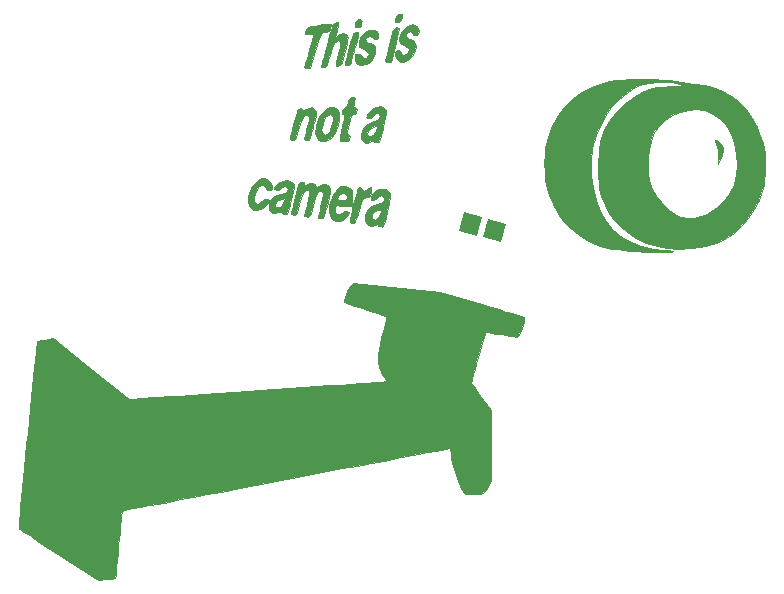
<source format=gbr>
G04 #@! TF.FileFunction,Soldermask,Top*
%FSLAX46Y46*%
G04 Gerber Fmt 4.6, Leading zero omitted, Abs format (unit mm)*
G04 Created by KiCad (PCBNEW 4.0.2+dfsg1-stable) date Wed 11 Jul 2018 10:01:05 PM CDT*
%MOMM*%
G01*
G04 APERTURE LIST*
%ADD10C,0.100000*%
%ADD11C,0.010000*%
%ADD12R,2.127200X2.127200*%
%ADD13O,2.127200X2.127200*%
G04 APERTURE END LIST*
D10*
D11*
G36*
X118321666Y-113429915D02*
X121835333Y-114468427D01*
X122576611Y-114688528D01*
X123267994Y-114895752D01*
X123892476Y-115084861D01*
X124433052Y-115250616D01*
X124872719Y-115387779D01*
X125194471Y-115491111D01*
X125381303Y-115555374D01*
X125421968Y-115573338D01*
X125427343Y-115676537D01*
X125383786Y-115902117D01*
X125299643Y-116213103D01*
X125222203Y-116458388D01*
X125095091Y-116829281D01*
X125001328Y-117065146D01*
X124925107Y-117192998D01*
X124850620Y-117239849D01*
X124768234Y-117234215D01*
X124554251Y-117190565D01*
X124240385Y-117135121D01*
X123861196Y-117073024D01*
X123451244Y-117009413D01*
X123045088Y-116949429D01*
X122677288Y-116898212D01*
X122382403Y-116860901D01*
X122194992Y-116842638D01*
X122145976Y-116844202D01*
X122099514Y-116950402D01*
X122018646Y-117190672D01*
X121910826Y-117538318D01*
X121783506Y-117966644D01*
X121644141Y-118448956D01*
X121500184Y-118958561D01*
X121359088Y-119468762D01*
X121228307Y-119952866D01*
X121115294Y-120384179D01*
X121027504Y-120736005D01*
X120972389Y-120981650D01*
X120957403Y-121094420D01*
X120958420Y-121097398D01*
X121025937Y-121199163D01*
X121172864Y-121413308D01*
X121381141Y-121713745D01*
X121632710Y-122074386D01*
X121798477Y-122311033D01*
X122577702Y-123421733D01*
X122639666Y-129328333D01*
X122399073Y-129818299D01*
X122212797Y-130158810D01*
X122027633Y-130376695D01*
X121800281Y-130496102D01*
X121487443Y-130541180D01*
X121107611Y-130538559D01*
X120446209Y-130513666D01*
X120181447Y-130166055D01*
X120002784Y-129868110D01*
X119814145Y-129447203D01*
X119630187Y-128947906D01*
X119465566Y-128414790D01*
X119334936Y-127892427D01*
X119252954Y-127425386D01*
X119240071Y-127303129D01*
X119205804Y-126998019D01*
X119164218Y-126771530D01*
X119123265Y-126664720D01*
X119115782Y-126661333D01*
X119018114Y-126676875D01*
X118765421Y-126722161D01*
X118368247Y-126795182D01*
X117837135Y-126893928D01*
X117182630Y-127016391D01*
X116415275Y-127160560D01*
X115545613Y-127324428D01*
X114584190Y-127505984D01*
X113541548Y-127703219D01*
X112428230Y-127914123D01*
X111254782Y-128136689D01*
X110031746Y-128368905D01*
X108769666Y-128608764D01*
X107479087Y-128854255D01*
X106170551Y-129103369D01*
X104854602Y-129354098D01*
X103541785Y-129604431D01*
X102242643Y-129852360D01*
X100967719Y-130095874D01*
X99727557Y-130332966D01*
X98532702Y-130561626D01*
X97393697Y-130779843D01*
X96321085Y-130985610D01*
X95325410Y-131176916D01*
X94417216Y-131351753D01*
X93607047Y-131508111D01*
X92905447Y-131643981D01*
X92322959Y-131757353D01*
X91870127Y-131846219D01*
X91557494Y-131908568D01*
X91395605Y-131942392D01*
X91374527Y-131947917D01*
X91356168Y-132040359D01*
X91325323Y-132281529D01*
X91284080Y-132651447D01*
X91234525Y-133130136D01*
X91178746Y-133697616D01*
X91118830Y-134333911D01*
X91075508Y-134809979D01*
X91014584Y-135481679D01*
X90957442Y-136097814D01*
X90906019Y-136638557D01*
X90862253Y-137084080D01*
X90828079Y-137414557D01*
X90805435Y-137610162D01*
X90797449Y-137656260D01*
X90707358Y-137676175D01*
X90488712Y-137703059D01*
X90181886Y-137732236D01*
X90045498Y-137743347D01*
X89318962Y-137799840D01*
X86014272Y-135671644D01*
X85340031Y-135236856D01*
X84708687Y-134828607D01*
X84134690Y-134456323D01*
X83632489Y-134129426D01*
X83216533Y-133857341D01*
X82901269Y-133649491D01*
X82701149Y-133515300D01*
X82631547Y-133465414D01*
X82631059Y-133374553D01*
X82646708Y-133129541D01*
X82677079Y-132744649D01*
X82720755Y-132234147D01*
X82776321Y-131612304D01*
X82842359Y-130893392D01*
X82917455Y-130091680D01*
X83000193Y-129221440D01*
X83089156Y-128296940D01*
X83182928Y-127332451D01*
X83280093Y-126342244D01*
X83379235Y-125340589D01*
X83478939Y-124341756D01*
X83577788Y-123360016D01*
X83674367Y-122409638D01*
X83767259Y-121504893D01*
X83855048Y-120660051D01*
X83936318Y-119889382D01*
X84009653Y-119207157D01*
X84073638Y-118627647D01*
X84126856Y-118165120D01*
X84167892Y-117833848D01*
X84195328Y-117648101D01*
X84204593Y-117612517D01*
X84298465Y-117582861D01*
X84516482Y-117535017D01*
X84815692Y-117478224D01*
X84888908Y-117465314D01*
X85539082Y-117352252D01*
X88764707Y-119932412D01*
X91990333Y-122512572D01*
X92371333Y-122469712D01*
X92503453Y-122458678D01*
X92793725Y-122437189D01*
X93231339Y-122405986D01*
X93805483Y-122365804D01*
X94505346Y-122317384D01*
X95320118Y-122261462D01*
X96238987Y-122198777D01*
X97251142Y-122130066D01*
X98345773Y-122056069D01*
X99512069Y-121977523D01*
X100739219Y-121895166D01*
X102016411Y-121809737D01*
X102954666Y-121747155D01*
X104258671Y-121660077D01*
X105518821Y-121575530D01*
X106724450Y-121494252D01*
X107864891Y-121416979D01*
X108929480Y-121344445D01*
X109907551Y-121277386D01*
X110788437Y-121216540D01*
X111561474Y-121162642D01*
X112215994Y-121116427D01*
X112741333Y-121078631D01*
X113126824Y-121049991D01*
X113361803Y-121031243D01*
X113432166Y-121024225D01*
X113632654Y-120968678D01*
X113693338Y-120870885D01*
X113617655Y-120706132D01*
X113497754Y-120552373D01*
X113289580Y-120207443D01*
X113133197Y-119753706D01*
X113045250Y-119248001D01*
X113032102Y-118962466D01*
X113054959Y-118707307D01*
X113117501Y-118323709D01*
X113213086Y-117846109D01*
X113335074Y-117308939D01*
X113408800Y-117009333D01*
X113525507Y-116532400D01*
X113620786Y-116112995D01*
X113689084Y-115778194D01*
X113724848Y-115555072D01*
X113724198Y-115471670D01*
X113628888Y-115430904D01*
X113396430Y-115349007D01*
X113051653Y-115234201D01*
X112619390Y-115094711D01*
X112124471Y-114938760D01*
X111971666Y-114891287D01*
X111462124Y-114731446D01*
X111007112Y-114584819D01*
X110631703Y-114459804D01*
X110360971Y-114364799D01*
X110219988Y-114308202D01*
X110207015Y-114300231D01*
X110187898Y-114180763D01*
X110230282Y-113955326D01*
X110318025Y-113668436D01*
X110434986Y-113364608D01*
X110565024Y-113088358D01*
X110691998Y-112884201D01*
X110739557Y-112831549D01*
X110955666Y-112633463D01*
X118321666Y-113429915D01*
X118321666Y-113429915D01*
G37*
X118321666Y-113429915D02*
X121835333Y-114468427D01*
X122576611Y-114688528D01*
X123267994Y-114895752D01*
X123892476Y-115084861D01*
X124433052Y-115250616D01*
X124872719Y-115387779D01*
X125194471Y-115491111D01*
X125381303Y-115555374D01*
X125421968Y-115573338D01*
X125427343Y-115676537D01*
X125383786Y-115902117D01*
X125299643Y-116213103D01*
X125222203Y-116458388D01*
X125095091Y-116829281D01*
X125001328Y-117065146D01*
X124925107Y-117192998D01*
X124850620Y-117239849D01*
X124768234Y-117234215D01*
X124554251Y-117190565D01*
X124240385Y-117135121D01*
X123861196Y-117073024D01*
X123451244Y-117009413D01*
X123045088Y-116949429D01*
X122677288Y-116898212D01*
X122382403Y-116860901D01*
X122194992Y-116842638D01*
X122145976Y-116844202D01*
X122099514Y-116950402D01*
X122018646Y-117190672D01*
X121910826Y-117538318D01*
X121783506Y-117966644D01*
X121644141Y-118448956D01*
X121500184Y-118958561D01*
X121359088Y-119468762D01*
X121228307Y-119952866D01*
X121115294Y-120384179D01*
X121027504Y-120736005D01*
X120972389Y-120981650D01*
X120957403Y-121094420D01*
X120958420Y-121097398D01*
X121025937Y-121199163D01*
X121172864Y-121413308D01*
X121381141Y-121713745D01*
X121632710Y-122074386D01*
X121798477Y-122311033D01*
X122577702Y-123421733D01*
X122639666Y-129328333D01*
X122399073Y-129818299D01*
X122212797Y-130158810D01*
X122027633Y-130376695D01*
X121800281Y-130496102D01*
X121487443Y-130541180D01*
X121107611Y-130538559D01*
X120446209Y-130513666D01*
X120181447Y-130166055D01*
X120002784Y-129868110D01*
X119814145Y-129447203D01*
X119630187Y-128947906D01*
X119465566Y-128414790D01*
X119334936Y-127892427D01*
X119252954Y-127425386D01*
X119240071Y-127303129D01*
X119205804Y-126998019D01*
X119164218Y-126771530D01*
X119123265Y-126664720D01*
X119115782Y-126661333D01*
X119018114Y-126676875D01*
X118765421Y-126722161D01*
X118368247Y-126795182D01*
X117837135Y-126893928D01*
X117182630Y-127016391D01*
X116415275Y-127160560D01*
X115545613Y-127324428D01*
X114584190Y-127505984D01*
X113541548Y-127703219D01*
X112428230Y-127914123D01*
X111254782Y-128136689D01*
X110031746Y-128368905D01*
X108769666Y-128608764D01*
X107479087Y-128854255D01*
X106170551Y-129103369D01*
X104854602Y-129354098D01*
X103541785Y-129604431D01*
X102242643Y-129852360D01*
X100967719Y-130095874D01*
X99727557Y-130332966D01*
X98532702Y-130561626D01*
X97393697Y-130779843D01*
X96321085Y-130985610D01*
X95325410Y-131176916D01*
X94417216Y-131351753D01*
X93607047Y-131508111D01*
X92905447Y-131643981D01*
X92322959Y-131757353D01*
X91870127Y-131846219D01*
X91557494Y-131908568D01*
X91395605Y-131942392D01*
X91374527Y-131947917D01*
X91356168Y-132040359D01*
X91325323Y-132281529D01*
X91284080Y-132651447D01*
X91234525Y-133130136D01*
X91178746Y-133697616D01*
X91118830Y-134333911D01*
X91075508Y-134809979D01*
X91014584Y-135481679D01*
X90957442Y-136097814D01*
X90906019Y-136638557D01*
X90862253Y-137084080D01*
X90828079Y-137414557D01*
X90805435Y-137610162D01*
X90797449Y-137656260D01*
X90707358Y-137676175D01*
X90488712Y-137703059D01*
X90181886Y-137732236D01*
X90045498Y-137743347D01*
X89318962Y-137799840D01*
X86014272Y-135671644D01*
X85340031Y-135236856D01*
X84708687Y-134828607D01*
X84134690Y-134456323D01*
X83632489Y-134129426D01*
X83216533Y-133857341D01*
X82901269Y-133649491D01*
X82701149Y-133515300D01*
X82631547Y-133465414D01*
X82631059Y-133374553D01*
X82646708Y-133129541D01*
X82677079Y-132744649D01*
X82720755Y-132234147D01*
X82776321Y-131612304D01*
X82842359Y-130893392D01*
X82917455Y-130091680D01*
X83000193Y-129221440D01*
X83089156Y-128296940D01*
X83182928Y-127332451D01*
X83280093Y-126342244D01*
X83379235Y-125340589D01*
X83478939Y-124341756D01*
X83577788Y-123360016D01*
X83674367Y-122409638D01*
X83767259Y-121504893D01*
X83855048Y-120660051D01*
X83936318Y-119889382D01*
X84009653Y-119207157D01*
X84073638Y-118627647D01*
X84126856Y-118165120D01*
X84167892Y-117833848D01*
X84195328Y-117648101D01*
X84204593Y-117612517D01*
X84298465Y-117582861D01*
X84516482Y-117535017D01*
X84815692Y-117478224D01*
X84888908Y-117465314D01*
X85539082Y-117352252D01*
X88764707Y-119932412D01*
X91990333Y-122512572D01*
X92371333Y-122469712D01*
X92503453Y-122458678D01*
X92793725Y-122437189D01*
X93231339Y-122405986D01*
X93805483Y-122365804D01*
X94505346Y-122317384D01*
X95320118Y-122261462D01*
X96238987Y-122198777D01*
X97251142Y-122130066D01*
X98345773Y-122056069D01*
X99512069Y-121977523D01*
X100739219Y-121895166D01*
X102016411Y-121809737D01*
X102954666Y-121747155D01*
X104258671Y-121660077D01*
X105518821Y-121575530D01*
X106724450Y-121494252D01*
X107864891Y-121416979D01*
X108929480Y-121344445D01*
X109907551Y-121277386D01*
X110788437Y-121216540D01*
X111561474Y-121162642D01*
X112215994Y-121116427D01*
X112741333Y-121078631D01*
X113126824Y-121049991D01*
X113361803Y-121031243D01*
X113432166Y-121024225D01*
X113632654Y-120968678D01*
X113693338Y-120870885D01*
X113617655Y-120706132D01*
X113497754Y-120552373D01*
X113289580Y-120207443D01*
X113133197Y-119753706D01*
X113045250Y-119248001D01*
X113032102Y-118962466D01*
X113054959Y-118707307D01*
X113117501Y-118323709D01*
X113213086Y-117846109D01*
X113335074Y-117308939D01*
X113408800Y-117009333D01*
X113525507Y-116532400D01*
X113620786Y-116112995D01*
X113689084Y-115778194D01*
X113724848Y-115555072D01*
X113724198Y-115471670D01*
X113628888Y-115430904D01*
X113396430Y-115349007D01*
X113051653Y-115234201D01*
X112619390Y-115094711D01*
X112124471Y-114938760D01*
X111971666Y-114891287D01*
X111462124Y-114731446D01*
X111007112Y-114584819D01*
X110631703Y-114459804D01*
X110360971Y-114364799D01*
X110219988Y-114308202D01*
X110207015Y-114300231D01*
X110187898Y-114180763D01*
X110230282Y-113955326D01*
X110318025Y-113668436D01*
X110434986Y-113364608D01*
X110565024Y-113088358D01*
X110691998Y-112884201D01*
X110739557Y-112831549D01*
X110955666Y-112633463D01*
X118321666Y-113429915D01*
G36*
X136521922Y-95421601D02*
X137179081Y-95452981D01*
X137748012Y-95500771D01*
X138193201Y-95564942D01*
X138284783Y-95584419D01*
X138681261Y-95664283D01*
X139171138Y-95744669D01*
X139678921Y-95813834D01*
X139960228Y-95845007D01*
X140582013Y-95918756D01*
X141091014Y-96012550D01*
X141543712Y-96141630D01*
X141996588Y-96321235D01*
X142357393Y-96491837D01*
X143085043Y-96909632D01*
X143707481Y-97397664D01*
X144243385Y-97977759D01*
X144711434Y-98671742D01*
X145130309Y-99501439D01*
X145318251Y-99951433D01*
X145614881Y-100832060D01*
X145787413Y-101682735D01*
X145844167Y-102561758D01*
X145807316Y-103378000D01*
X145759614Y-103836529D01*
X145699114Y-104282140D01*
X145633911Y-104661122D01*
X145577558Y-104902000D01*
X145284979Y-105671371D01*
X144875768Y-106437093D01*
X144374000Y-107169534D01*
X143803755Y-107839062D01*
X143189109Y-108416045D01*
X142554140Y-108870850D01*
X142197666Y-109061590D01*
X141761062Y-109245072D01*
X141306912Y-109391095D01*
X140796455Y-109508724D01*
X140190930Y-109607022D01*
X139519998Y-109687810D01*
X138490439Y-109751827D01*
X137551344Y-109707174D01*
X136658839Y-109548263D01*
X135769049Y-109269509D01*
X135545212Y-109181794D01*
X134753666Y-108779241D01*
X134004876Y-108243472D01*
X133322315Y-107600893D01*
X132729453Y-106877911D01*
X132249761Y-106100936D01*
X131906713Y-105296373D01*
X131816500Y-104986666D01*
X131761199Y-104657861D01*
X131722105Y-104200466D01*
X131698864Y-103652787D01*
X131691126Y-103053130D01*
X131694934Y-102738023D01*
X135887799Y-102738023D01*
X135918367Y-103405526D01*
X136015756Y-103970026D01*
X136284930Y-104715308D01*
X136671545Y-105407000D01*
X137153976Y-106020199D01*
X137710599Y-106530003D01*
X138319789Y-106911509D01*
X138708217Y-107070669D01*
X139233172Y-107166073D01*
X139824797Y-107144637D01*
X140432941Y-107012099D01*
X140923937Y-106817093D01*
X141669792Y-106358992D01*
X142294798Y-105787432D01*
X142791387Y-105114817D01*
X143151992Y-104353547D01*
X143369049Y-103516025D01*
X143435433Y-102700666D01*
X143377380Y-101709382D01*
X143200292Y-100812266D01*
X142908366Y-100017914D01*
X142505800Y-99334917D01*
X141996789Y-98771872D01*
X141385530Y-98337372D01*
X141276463Y-98279306D01*
X140647268Y-98049851D01*
X139972814Y-97964218D01*
X139279255Y-98012691D01*
X138592742Y-98185553D01*
X137939429Y-98473088D01*
X137345470Y-98865579D01*
X136837017Y-99353310D01*
X136440224Y-99926564D01*
X136348533Y-100110126D01*
X136154965Y-100655618D01*
X136010632Y-101310487D01*
X135920065Y-102022149D01*
X135887799Y-102738023D01*
X131694934Y-102738023D01*
X131698538Y-102439800D01*
X131720749Y-101851105D01*
X131757406Y-101325351D01*
X131808158Y-100900842D01*
X131856171Y-100668666D01*
X132205531Y-99727333D01*
X132704601Y-98842661D01*
X133337809Y-98034509D01*
X134089582Y-97322732D01*
X134944345Y-96727187D01*
X134950183Y-96723752D01*
X135387864Y-96483802D01*
X135793712Y-96306634D01*
X136210666Y-96181234D01*
X136681666Y-96096591D01*
X137249651Y-96041691D01*
X137710333Y-96015860D01*
X138173624Y-95993244D01*
X138486930Y-95972875D01*
X138669504Y-95951399D01*
X138740602Y-95925463D01*
X138719478Y-95891712D01*
X138641666Y-95853638D01*
X138300044Y-95738183D01*
X137911370Y-95670778D01*
X137439506Y-95648230D01*
X136848317Y-95667347D01*
X136665865Y-95679077D01*
X136000609Y-95745637D01*
X135456213Y-95852527D01*
X134986061Y-96015074D01*
X134543536Y-96248604D01*
X134177636Y-96497162D01*
X133419846Y-97116732D01*
X132788172Y-97780030D01*
X132262159Y-98516234D01*
X131821351Y-99354522D01*
X131445292Y-100324070D01*
X131401477Y-100457000D01*
X131275182Y-100872527D01*
X131189710Y-101233451D01*
X131134853Y-101601544D01*
X131100403Y-102038580D01*
X131084712Y-102373859D01*
X131100140Y-103537077D01*
X131237700Y-104631925D01*
X131492042Y-105647192D01*
X131857816Y-106571668D01*
X132329671Y-107394143D01*
X132902257Y-108103404D01*
X133570225Y-108688243D01*
X134307953Y-109127833D01*
X135308525Y-109519162D01*
X136378067Y-109778729D01*
X137287000Y-109885004D01*
X137684367Y-109910213D01*
X137930624Y-109932308D01*
X138043845Y-109955318D01*
X138042101Y-109983272D01*
X137943466Y-110020200D01*
X137922000Y-110026596D01*
X137736748Y-110055064D01*
X137423441Y-110067295D01*
X136971895Y-110063203D01*
X136371923Y-110042698D01*
X135636000Y-110006910D01*
X135018835Y-109969767D01*
X134409444Y-109925717D01*
X133844574Y-109877963D01*
X133360970Y-109829710D01*
X132995379Y-109784160D01*
X132892151Y-109767719D01*
X131819509Y-109498492D01*
X130834543Y-109087571D01*
X129945353Y-108542735D01*
X129160040Y-107871762D01*
X128486706Y-107082430D01*
X127933452Y-106182518D01*
X127508379Y-105179803D01*
X127282345Y-104381585D01*
X127196213Y-103851530D01*
X127147642Y-103216310D01*
X127135962Y-102528820D01*
X127160506Y-101841952D01*
X127220606Y-101208597D01*
X127315594Y-100681648D01*
X127329771Y-100626333D01*
X127692717Y-99558655D01*
X128179158Y-98606479D01*
X128786738Y-97772012D01*
X129513100Y-97057462D01*
X130355890Y-96465037D01*
X131312750Y-95996944D01*
X132381326Y-95655392D01*
X132715000Y-95579656D01*
X133155719Y-95511932D01*
X133721299Y-95460801D01*
X134376223Y-95426233D01*
X135084978Y-95408197D01*
X135812049Y-95406663D01*
X136521922Y-95421601D01*
X136521922Y-95421601D01*
G37*
X136521922Y-95421601D02*
X137179081Y-95452981D01*
X137748012Y-95500771D01*
X138193201Y-95564942D01*
X138284783Y-95584419D01*
X138681261Y-95664283D01*
X139171138Y-95744669D01*
X139678921Y-95813834D01*
X139960228Y-95845007D01*
X140582013Y-95918756D01*
X141091014Y-96012550D01*
X141543712Y-96141630D01*
X141996588Y-96321235D01*
X142357393Y-96491837D01*
X143085043Y-96909632D01*
X143707481Y-97397664D01*
X144243385Y-97977759D01*
X144711434Y-98671742D01*
X145130309Y-99501439D01*
X145318251Y-99951433D01*
X145614881Y-100832060D01*
X145787413Y-101682735D01*
X145844167Y-102561758D01*
X145807316Y-103378000D01*
X145759614Y-103836529D01*
X145699114Y-104282140D01*
X145633911Y-104661122D01*
X145577558Y-104902000D01*
X145284979Y-105671371D01*
X144875768Y-106437093D01*
X144374000Y-107169534D01*
X143803755Y-107839062D01*
X143189109Y-108416045D01*
X142554140Y-108870850D01*
X142197666Y-109061590D01*
X141761062Y-109245072D01*
X141306912Y-109391095D01*
X140796455Y-109508724D01*
X140190930Y-109607022D01*
X139519998Y-109687810D01*
X138490439Y-109751827D01*
X137551344Y-109707174D01*
X136658839Y-109548263D01*
X135769049Y-109269509D01*
X135545212Y-109181794D01*
X134753666Y-108779241D01*
X134004876Y-108243472D01*
X133322315Y-107600893D01*
X132729453Y-106877911D01*
X132249761Y-106100936D01*
X131906713Y-105296373D01*
X131816500Y-104986666D01*
X131761199Y-104657861D01*
X131722105Y-104200466D01*
X131698864Y-103652787D01*
X131691126Y-103053130D01*
X131694934Y-102738023D01*
X135887799Y-102738023D01*
X135918367Y-103405526D01*
X136015756Y-103970026D01*
X136284930Y-104715308D01*
X136671545Y-105407000D01*
X137153976Y-106020199D01*
X137710599Y-106530003D01*
X138319789Y-106911509D01*
X138708217Y-107070669D01*
X139233172Y-107166073D01*
X139824797Y-107144637D01*
X140432941Y-107012099D01*
X140923937Y-106817093D01*
X141669792Y-106358992D01*
X142294798Y-105787432D01*
X142791387Y-105114817D01*
X143151992Y-104353547D01*
X143369049Y-103516025D01*
X143435433Y-102700666D01*
X143377380Y-101709382D01*
X143200292Y-100812266D01*
X142908366Y-100017914D01*
X142505800Y-99334917D01*
X141996789Y-98771872D01*
X141385530Y-98337372D01*
X141276463Y-98279306D01*
X140647268Y-98049851D01*
X139972814Y-97964218D01*
X139279255Y-98012691D01*
X138592742Y-98185553D01*
X137939429Y-98473088D01*
X137345470Y-98865579D01*
X136837017Y-99353310D01*
X136440224Y-99926564D01*
X136348533Y-100110126D01*
X136154965Y-100655618D01*
X136010632Y-101310487D01*
X135920065Y-102022149D01*
X135887799Y-102738023D01*
X131694934Y-102738023D01*
X131698538Y-102439800D01*
X131720749Y-101851105D01*
X131757406Y-101325351D01*
X131808158Y-100900842D01*
X131856171Y-100668666D01*
X132205531Y-99727333D01*
X132704601Y-98842661D01*
X133337809Y-98034509D01*
X134089582Y-97322732D01*
X134944345Y-96727187D01*
X134950183Y-96723752D01*
X135387864Y-96483802D01*
X135793712Y-96306634D01*
X136210666Y-96181234D01*
X136681666Y-96096591D01*
X137249651Y-96041691D01*
X137710333Y-96015860D01*
X138173624Y-95993244D01*
X138486930Y-95972875D01*
X138669504Y-95951399D01*
X138740602Y-95925463D01*
X138719478Y-95891712D01*
X138641666Y-95853638D01*
X138300044Y-95738183D01*
X137911370Y-95670778D01*
X137439506Y-95648230D01*
X136848317Y-95667347D01*
X136665865Y-95679077D01*
X136000609Y-95745637D01*
X135456213Y-95852527D01*
X134986061Y-96015074D01*
X134543536Y-96248604D01*
X134177636Y-96497162D01*
X133419846Y-97116732D01*
X132788172Y-97780030D01*
X132262159Y-98516234D01*
X131821351Y-99354522D01*
X131445292Y-100324070D01*
X131401477Y-100457000D01*
X131275182Y-100872527D01*
X131189710Y-101233451D01*
X131134853Y-101601544D01*
X131100403Y-102038580D01*
X131084712Y-102373859D01*
X131100140Y-103537077D01*
X131237700Y-104631925D01*
X131492042Y-105647192D01*
X131857816Y-106571668D01*
X132329671Y-107394143D01*
X132902257Y-108103404D01*
X133570225Y-108688243D01*
X134307953Y-109127833D01*
X135308525Y-109519162D01*
X136378067Y-109778729D01*
X137287000Y-109885004D01*
X137684367Y-109910213D01*
X137930624Y-109932308D01*
X138043845Y-109955318D01*
X138042101Y-109983272D01*
X137943466Y-110020200D01*
X137922000Y-110026596D01*
X137736748Y-110055064D01*
X137423441Y-110067295D01*
X136971895Y-110063203D01*
X136371923Y-110042698D01*
X135636000Y-110006910D01*
X135018835Y-109969767D01*
X134409444Y-109925717D01*
X133844574Y-109877963D01*
X133360970Y-109829710D01*
X132995379Y-109784160D01*
X132892151Y-109767719D01*
X131819509Y-109498492D01*
X130834543Y-109087571D01*
X129945353Y-108542735D01*
X129160040Y-107871762D01*
X128486706Y-107082430D01*
X127933452Y-106182518D01*
X127508379Y-105179803D01*
X127282345Y-104381585D01*
X127196213Y-103851530D01*
X127147642Y-103216310D01*
X127135962Y-102528820D01*
X127160506Y-101841952D01*
X127220606Y-101208597D01*
X127315594Y-100681648D01*
X127329771Y-100626333D01*
X127692717Y-99558655D01*
X128179158Y-98606479D01*
X128786738Y-97772012D01*
X129513100Y-97057462D01*
X130355890Y-96465037D01*
X131312750Y-95996944D01*
X132381326Y-95655392D01*
X132715000Y-95579656D01*
X133155719Y-95511932D01*
X133721299Y-95460801D01*
X134376223Y-95426233D01*
X135084978Y-95408197D01*
X135812049Y-95406663D01*
X136521922Y-95421601D01*
G36*
X113657513Y-104730195D02*
X113846344Y-104817452D01*
X113971953Y-104947923D01*
X114036438Y-105143609D01*
X114041897Y-105426510D01*
X113990426Y-105818627D01*
X113884125Y-106341959D01*
X113832682Y-106567389D01*
X113716641Y-107065538D01*
X113630091Y-107422025D01*
X113562939Y-107659833D01*
X113505094Y-107801940D01*
X113446465Y-107871328D01*
X113376961Y-107890978D01*
X113286489Y-107883871D01*
X113256179Y-107880234D01*
X113086535Y-107832748D01*
X113061909Y-107735842D01*
X113065736Y-107724992D01*
X113077295Y-107631129D01*
X113051224Y-107628141D01*
X112935503Y-107685585D01*
X112761076Y-107772962D01*
X112474461Y-107844455D01*
X112210265Y-107786602D01*
X112021389Y-107613295D01*
X112000522Y-107573231D01*
X111942402Y-107277948D01*
X111979161Y-106921936D01*
X111986906Y-106899031D01*
X112499869Y-106899031D01*
X112514207Y-107131727D01*
X112632384Y-107270253D01*
X112809295Y-107301003D01*
X112999838Y-107210366D01*
X113108015Y-107082520D01*
X113216435Y-106863138D01*
X113290929Y-106655837D01*
X113361886Y-106408426D01*
X113047776Y-106467123D01*
X112755924Y-106545682D01*
X112590203Y-106665965D01*
X112507588Y-106861888D01*
X112499869Y-106899031D01*
X111986906Y-106899031D01*
X112096772Y-106574133D01*
X112252826Y-106333112D01*
X112465888Y-106153997D01*
X112742249Y-106047979D01*
X112933426Y-106010998D01*
X113262632Y-105935296D01*
X113449485Y-105820129D01*
X113520179Y-105642347D01*
X113517599Y-105494666D01*
X113440218Y-105311847D01*
X113285952Y-105253630D01*
X113095728Y-105322987D01*
X112959046Y-105454130D01*
X112787805Y-105601715D01*
X112609964Y-105656875D01*
X112472004Y-105619634D01*
X112420405Y-105490015D01*
X112424389Y-105453855D01*
X112561179Y-105121798D01*
X112815864Y-104867876D01*
X113145490Y-104717298D01*
X113507101Y-104695271D01*
X113657513Y-104730195D01*
X113657513Y-104730195D01*
G37*
X113657513Y-104730195D02*
X113846344Y-104817452D01*
X113971953Y-104947923D01*
X114036438Y-105143609D01*
X114041897Y-105426510D01*
X113990426Y-105818627D01*
X113884125Y-106341959D01*
X113832682Y-106567389D01*
X113716641Y-107065538D01*
X113630091Y-107422025D01*
X113562939Y-107659833D01*
X113505094Y-107801940D01*
X113446465Y-107871328D01*
X113376961Y-107890978D01*
X113286489Y-107883871D01*
X113256179Y-107880234D01*
X113086535Y-107832748D01*
X113061909Y-107735842D01*
X113065736Y-107724992D01*
X113077295Y-107631129D01*
X113051224Y-107628141D01*
X112935503Y-107685585D01*
X112761076Y-107772962D01*
X112474461Y-107844455D01*
X112210265Y-107786602D01*
X112021389Y-107613295D01*
X112000522Y-107573231D01*
X111942402Y-107277948D01*
X111979161Y-106921936D01*
X111986906Y-106899031D01*
X112499869Y-106899031D01*
X112514207Y-107131727D01*
X112632384Y-107270253D01*
X112809295Y-107301003D01*
X112999838Y-107210366D01*
X113108015Y-107082520D01*
X113216435Y-106863138D01*
X113290929Y-106655837D01*
X113361886Y-106408426D01*
X113047776Y-106467123D01*
X112755924Y-106545682D01*
X112590203Y-106665965D01*
X112507588Y-106861888D01*
X112499869Y-106899031D01*
X111986906Y-106899031D01*
X112096772Y-106574133D01*
X112252826Y-106333112D01*
X112465888Y-106153997D01*
X112742249Y-106047979D01*
X112933426Y-106010998D01*
X113262632Y-105935296D01*
X113449485Y-105820129D01*
X113520179Y-105642347D01*
X113517599Y-105494666D01*
X113440218Y-105311847D01*
X113285952Y-105253630D01*
X113095728Y-105322987D01*
X112959046Y-105454130D01*
X112787805Y-105601715D01*
X112609964Y-105656875D01*
X112472004Y-105619634D01*
X112420405Y-105490015D01*
X112424389Y-105453855D01*
X112561179Y-105121798D01*
X112815864Y-104867876D01*
X113145490Y-104717298D01*
X113507101Y-104695271D01*
X113657513Y-104730195D01*
G36*
X111486309Y-104571285D02*
X111531850Y-104579225D01*
X111699102Y-104676515D01*
X111745025Y-104798482D01*
X111772384Y-104991298D01*
X112026688Y-104777315D01*
X112268181Y-104604118D01*
X112417115Y-104571905D01*
X112476527Y-104682758D01*
X112449454Y-104938757D01*
X112423636Y-105049253D01*
X112336570Y-105288151D01*
X112239541Y-105359251D01*
X112223512Y-105355124D01*
X112038383Y-105363802D01*
X111831510Y-105483665D01*
X111664455Y-105678472D01*
X111659584Y-105687107D01*
X111594120Y-105847540D01*
X111502255Y-106126902D01*
X111398355Y-106479767D01*
X111333696Y-106717426D01*
X111234354Y-107068960D01*
X111141658Y-107351337D01*
X111067939Y-107529364D01*
X111033885Y-107573117D01*
X110893113Y-107569710D01*
X110775754Y-107552356D01*
X110706035Y-107534210D01*
X110664341Y-107494427D01*
X110653072Y-107407012D01*
X110674628Y-107245974D01*
X110731410Y-106985318D01*
X110825819Y-106599050D01*
X110886054Y-106357998D01*
X111033435Y-105768243D01*
X111145792Y-105322712D01*
X111230301Y-105001638D01*
X111294139Y-104785254D01*
X111344482Y-104653793D01*
X111388507Y-104587490D01*
X111433391Y-104566576D01*
X111486309Y-104571285D01*
X111486309Y-104571285D01*
G37*
X111486309Y-104571285D02*
X111531850Y-104579225D01*
X111699102Y-104676515D01*
X111745025Y-104798482D01*
X111772384Y-104991298D01*
X112026688Y-104777315D01*
X112268181Y-104604118D01*
X112417115Y-104571905D01*
X112476527Y-104682758D01*
X112449454Y-104938757D01*
X112423636Y-105049253D01*
X112336570Y-105288151D01*
X112239541Y-105359251D01*
X112223512Y-105355124D01*
X112038383Y-105363802D01*
X111831510Y-105483665D01*
X111664455Y-105678472D01*
X111659584Y-105687107D01*
X111594120Y-105847540D01*
X111502255Y-106126902D01*
X111398355Y-106479767D01*
X111333696Y-106717426D01*
X111234354Y-107068960D01*
X111141658Y-107351337D01*
X111067939Y-107529364D01*
X111033885Y-107573117D01*
X110893113Y-107569710D01*
X110775754Y-107552356D01*
X110706035Y-107534210D01*
X110664341Y-107494427D01*
X110653072Y-107407012D01*
X110674628Y-107245974D01*
X110731410Y-106985318D01*
X110825819Y-106599050D01*
X110886054Y-106357998D01*
X111033435Y-105768243D01*
X111145792Y-105322712D01*
X111230301Y-105001638D01*
X111294139Y-104785254D01*
X111344482Y-104653793D01*
X111388507Y-104587490D01*
X111433391Y-104566576D01*
X111486309Y-104571285D01*
G36*
X110515922Y-104510311D02*
X110621213Y-104587814D01*
X110761700Y-104728868D01*
X110835382Y-104881372D01*
X110863529Y-105106357D01*
X110867371Y-105294134D01*
X110858545Y-105607466D01*
X110833023Y-105882588D01*
X110809522Y-106007404D01*
X110766232Y-106127511D01*
X110693177Y-106185269D01*
X110545118Y-106193457D01*
X110276817Y-106164852D01*
X110259676Y-106162715D01*
X109870291Y-106115854D01*
X109618804Y-106096935D01*
X109475070Y-106113023D01*
X109408945Y-106171185D01*
X109390285Y-106278486D01*
X109389333Y-106366733D01*
X109444764Y-106652550D01*
X109589969Y-106816945D01*
X109793318Y-106844855D01*
X110023177Y-106721216D01*
X110060383Y-106686283D01*
X110266032Y-106567959D01*
X110399050Y-106569158D01*
X110531321Y-106618689D01*
X110560000Y-106698850D01*
X110486219Y-106851698D01*
X110409876Y-106970624D01*
X110147767Y-107254640D01*
X109840457Y-107411327D01*
X109523522Y-107433668D01*
X109232538Y-107314647D01*
X109128925Y-107223282D01*
X108973345Y-106943335D01*
X108912426Y-106566868D01*
X108938988Y-106132646D01*
X109045852Y-105679435D01*
X109123014Y-105493620D01*
X109608826Y-105493620D01*
X109634119Y-105567423D01*
X109782366Y-105601928D01*
X109792199Y-105603424D01*
X110107121Y-105645609D01*
X110290690Y-105646194D01*
X110377997Y-105594700D01*
X110404137Y-105480650D01*
X110405333Y-105420366D01*
X110348840Y-105168122D01*
X110205813Y-105033983D01*
X110015930Y-105023162D01*
X109818869Y-105140872D01*
X109685437Y-105325777D01*
X109608826Y-105493620D01*
X109123014Y-105493620D01*
X109225841Y-105246002D01*
X109471773Y-104871113D01*
X109587788Y-104745471D01*
X109917235Y-104499544D01*
X110226074Y-104421239D01*
X110515922Y-104510311D01*
X110515922Y-104510311D01*
G37*
X110515922Y-104510311D02*
X110621213Y-104587814D01*
X110761700Y-104728868D01*
X110835382Y-104881372D01*
X110863529Y-105106357D01*
X110867371Y-105294134D01*
X110858545Y-105607466D01*
X110833023Y-105882588D01*
X110809522Y-106007404D01*
X110766232Y-106127511D01*
X110693177Y-106185269D01*
X110545118Y-106193457D01*
X110276817Y-106164852D01*
X110259676Y-106162715D01*
X109870291Y-106115854D01*
X109618804Y-106096935D01*
X109475070Y-106113023D01*
X109408945Y-106171185D01*
X109390285Y-106278486D01*
X109389333Y-106366733D01*
X109444764Y-106652550D01*
X109589969Y-106816945D01*
X109793318Y-106844855D01*
X110023177Y-106721216D01*
X110060383Y-106686283D01*
X110266032Y-106567959D01*
X110399050Y-106569158D01*
X110531321Y-106618689D01*
X110560000Y-106698850D01*
X110486219Y-106851698D01*
X110409876Y-106970624D01*
X110147767Y-107254640D01*
X109840457Y-107411327D01*
X109523522Y-107433668D01*
X109232538Y-107314647D01*
X109128925Y-107223282D01*
X108973345Y-106943335D01*
X108912426Y-106566868D01*
X108938988Y-106132646D01*
X109045852Y-105679435D01*
X109123014Y-105493620D01*
X109608826Y-105493620D01*
X109634119Y-105567423D01*
X109782366Y-105601928D01*
X109792199Y-105603424D01*
X110107121Y-105645609D01*
X110290690Y-105646194D01*
X110377997Y-105594700D01*
X110404137Y-105480650D01*
X110405333Y-105420366D01*
X110348840Y-105168122D01*
X110205813Y-105033983D01*
X110015930Y-105023162D01*
X109818869Y-105140872D01*
X109685437Y-105325777D01*
X109608826Y-105493620D01*
X109123014Y-105493620D01*
X109225841Y-105246002D01*
X109471773Y-104871113D01*
X109587788Y-104745471D01*
X109917235Y-104499544D01*
X110226074Y-104421239D01*
X110515922Y-104510311D01*
G36*
X106777510Y-104155646D02*
X106824858Y-104225409D01*
X106804199Y-104318156D01*
X106774452Y-104429218D01*
X106807079Y-104443314D01*
X106933521Y-104358727D01*
X107003351Y-104307269D01*
X107257856Y-104185116D01*
X107501940Y-104175321D01*
X107687838Y-104272145D01*
X107757142Y-104397855D01*
X107803056Y-104526082D01*
X107874482Y-104545985D01*
X108014908Y-104457070D01*
X108096230Y-104394000D01*
X108352538Y-104248311D01*
X108587678Y-104254536D01*
X108777827Y-104356467D01*
X108893412Y-104483397D01*
X108952558Y-104676688D01*
X108954384Y-104956653D01*
X108898011Y-105343603D01*
X108782560Y-105857852D01*
X108698742Y-106182851D01*
X108585671Y-106602550D01*
X108501722Y-106885394D01*
X108433256Y-107058371D01*
X108366632Y-107148470D01*
X108288210Y-107182682D01*
X108190742Y-107188000D01*
X108018081Y-107173318D01*
X107950000Y-107139843D01*
X107969120Y-107042551D01*
X108020784Y-106817504D01*
X108096450Y-106501222D01*
X108162928Y-106229676D01*
X108254868Y-105856164D01*
X108333575Y-105533997D01*
X108388830Y-105305147D01*
X108407973Y-105223434D01*
X108387813Y-105038432D01*
X108336508Y-104937548D01*
X108220109Y-104843531D01*
X108064334Y-104886132D01*
X108060742Y-104888044D01*
X107972740Y-104947418D01*
X107894900Y-105037752D01*
X107818794Y-105181320D01*
X107735998Y-105400399D01*
X107638084Y-105717264D01*
X107516626Y-106154190D01*
X107364382Y-106728933D01*
X107296169Y-106945754D01*
X107215277Y-107037318D01*
X107077083Y-107044662D01*
X107028176Y-107038122D01*
X106782367Y-107002045D01*
X107030365Y-106057856D01*
X107153418Y-105564835D01*
X107223969Y-105210568D01*
X107243014Y-104973150D01*
X107211550Y-104830676D01*
X107130574Y-104761238D01*
X107089867Y-104749973D01*
X106922474Y-104780541D01*
X106764601Y-104945192D01*
X106610590Y-105253896D01*
X106454782Y-105716619D01*
X106373647Y-106011890D01*
X106267814Y-106412615D01*
X106189971Y-106675667D01*
X106126413Y-106827496D01*
X106063437Y-106894549D01*
X105987337Y-106903273D01*
X105919199Y-106888908D01*
X105749780Y-106839306D01*
X105679158Y-106808047D01*
X105690566Y-106721252D01*
X105739975Y-106499537D01*
X105820521Y-106171265D01*
X105925336Y-105764797D01*
X105996484Y-105497172D01*
X106114305Y-105056468D01*
X106214811Y-104676274D01*
X106290510Y-104385272D01*
X106333910Y-104212143D01*
X106341333Y-104176909D01*
X106415178Y-104151193D01*
X106593600Y-104140015D01*
X106601038Y-104140000D01*
X106777510Y-104155646D01*
X106777510Y-104155646D01*
G37*
X106777510Y-104155646D02*
X106824858Y-104225409D01*
X106804199Y-104318156D01*
X106774452Y-104429218D01*
X106807079Y-104443314D01*
X106933521Y-104358727D01*
X107003351Y-104307269D01*
X107257856Y-104185116D01*
X107501940Y-104175321D01*
X107687838Y-104272145D01*
X107757142Y-104397855D01*
X107803056Y-104526082D01*
X107874482Y-104545985D01*
X108014908Y-104457070D01*
X108096230Y-104394000D01*
X108352538Y-104248311D01*
X108587678Y-104254536D01*
X108777827Y-104356467D01*
X108893412Y-104483397D01*
X108952558Y-104676688D01*
X108954384Y-104956653D01*
X108898011Y-105343603D01*
X108782560Y-105857852D01*
X108698742Y-106182851D01*
X108585671Y-106602550D01*
X108501722Y-106885394D01*
X108433256Y-107058371D01*
X108366632Y-107148470D01*
X108288210Y-107182682D01*
X108190742Y-107188000D01*
X108018081Y-107173318D01*
X107950000Y-107139843D01*
X107969120Y-107042551D01*
X108020784Y-106817504D01*
X108096450Y-106501222D01*
X108162928Y-106229676D01*
X108254868Y-105856164D01*
X108333575Y-105533997D01*
X108388830Y-105305147D01*
X108407973Y-105223434D01*
X108387813Y-105038432D01*
X108336508Y-104937548D01*
X108220109Y-104843531D01*
X108064334Y-104886132D01*
X108060742Y-104888044D01*
X107972740Y-104947418D01*
X107894900Y-105037752D01*
X107818794Y-105181320D01*
X107735998Y-105400399D01*
X107638084Y-105717264D01*
X107516626Y-106154190D01*
X107364382Y-106728933D01*
X107296169Y-106945754D01*
X107215277Y-107037318D01*
X107077083Y-107044662D01*
X107028176Y-107038122D01*
X106782367Y-107002045D01*
X107030365Y-106057856D01*
X107153418Y-105564835D01*
X107223969Y-105210568D01*
X107243014Y-104973150D01*
X107211550Y-104830676D01*
X107130574Y-104761238D01*
X107089867Y-104749973D01*
X106922474Y-104780541D01*
X106764601Y-104945192D01*
X106610590Y-105253896D01*
X106454782Y-105716619D01*
X106373647Y-106011890D01*
X106267814Y-106412615D01*
X106189971Y-106675667D01*
X106126413Y-106827496D01*
X106063437Y-106894549D01*
X105987337Y-106903273D01*
X105919199Y-106888908D01*
X105749780Y-106839306D01*
X105679158Y-106808047D01*
X105690566Y-106721252D01*
X105739975Y-106499537D01*
X105820521Y-106171265D01*
X105925336Y-105764797D01*
X105996484Y-105497172D01*
X106114305Y-105056468D01*
X106214811Y-104676274D01*
X106290510Y-104385272D01*
X106333910Y-104212143D01*
X106341333Y-104176909D01*
X106415178Y-104151193D01*
X106593600Y-104140015D01*
X106601038Y-104140000D01*
X106777510Y-104155646D01*
G36*
X105600258Y-104035576D02*
X105809978Y-104175567D01*
X105913256Y-104391054D01*
X105918000Y-104456513D01*
X105899030Y-104613476D01*
X105847930Y-104879101D01*
X105773414Y-105218327D01*
X105684194Y-105596093D01*
X105588984Y-105977337D01*
X105496497Y-106326997D01*
X105415446Y-106610012D01*
X105354546Y-106791319D01*
X105325789Y-106839511D01*
X105217546Y-106813182D01*
X105113666Y-106787384D01*
X104953418Y-106720530D01*
X104898542Y-106672695D01*
X104796500Y-106648522D01*
X104600678Y-106679133D01*
X104543352Y-106695270D01*
X104307102Y-106746422D01*
X104130039Y-106711821D01*
X104007686Y-106641970D01*
X103874399Y-106537670D01*
X103814764Y-106416348D01*
X103809808Y-106218551D01*
X103822831Y-106062718D01*
X103846032Y-105970624D01*
X104305865Y-105970624D01*
X104324979Y-106146976D01*
X104365777Y-106200222D01*
X104525046Y-106256920D01*
X104736238Y-106224696D01*
X104916503Y-106117149D01*
X104924614Y-106108500D01*
X105045263Y-105914498D01*
X105119530Y-105714424D01*
X105150836Y-105550546D01*
X105102948Y-105496462D01*
X104935626Y-105517623D01*
X104898849Y-105524930D01*
X104618894Y-105626544D01*
X104412534Y-105786128D01*
X104305865Y-105970624D01*
X103846032Y-105970624D01*
X103924198Y-105660358D01*
X104145013Y-105372124D01*
X104493544Y-105190095D01*
X104803039Y-105123554D01*
X105137057Y-105035986D01*
X105340758Y-104887113D01*
X105398923Y-104690846D01*
X105376843Y-104599050D01*
X105261746Y-104498161D01*
X105075101Y-104488218D01*
X104883933Y-104562856D01*
X104788109Y-104654977D01*
X104634981Y-104771989D01*
X104445905Y-104802187D01*
X104291160Y-104742849D01*
X104247650Y-104675890D01*
X104279286Y-104556634D01*
X104397680Y-104376490D01*
X104455432Y-104307733D01*
X104711683Y-104107160D01*
X105013186Y-103997514D01*
X105322019Y-103974939D01*
X105600258Y-104035576D01*
X105600258Y-104035576D01*
G37*
X105600258Y-104035576D02*
X105809978Y-104175567D01*
X105913256Y-104391054D01*
X105918000Y-104456513D01*
X105899030Y-104613476D01*
X105847930Y-104879101D01*
X105773414Y-105218327D01*
X105684194Y-105596093D01*
X105588984Y-105977337D01*
X105496497Y-106326997D01*
X105415446Y-106610012D01*
X105354546Y-106791319D01*
X105325789Y-106839511D01*
X105217546Y-106813182D01*
X105113666Y-106787384D01*
X104953418Y-106720530D01*
X104898542Y-106672695D01*
X104796500Y-106648522D01*
X104600678Y-106679133D01*
X104543352Y-106695270D01*
X104307102Y-106746422D01*
X104130039Y-106711821D01*
X104007686Y-106641970D01*
X103874399Y-106537670D01*
X103814764Y-106416348D01*
X103809808Y-106218551D01*
X103822831Y-106062718D01*
X103846032Y-105970624D01*
X104305865Y-105970624D01*
X104324979Y-106146976D01*
X104365777Y-106200222D01*
X104525046Y-106256920D01*
X104736238Y-106224696D01*
X104916503Y-106117149D01*
X104924614Y-106108500D01*
X105045263Y-105914498D01*
X105119530Y-105714424D01*
X105150836Y-105550546D01*
X105102948Y-105496462D01*
X104935626Y-105517623D01*
X104898849Y-105524930D01*
X104618894Y-105626544D01*
X104412534Y-105786128D01*
X104305865Y-105970624D01*
X103846032Y-105970624D01*
X103924198Y-105660358D01*
X104145013Y-105372124D01*
X104493544Y-105190095D01*
X104803039Y-105123554D01*
X105137057Y-105035986D01*
X105340758Y-104887113D01*
X105398923Y-104690846D01*
X105376843Y-104599050D01*
X105261746Y-104498161D01*
X105075101Y-104488218D01*
X104883933Y-104562856D01*
X104788109Y-104654977D01*
X104634981Y-104771989D01*
X104445905Y-104802187D01*
X104291160Y-104742849D01*
X104247650Y-104675890D01*
X104279286Y-104556634D01*
X104397680Y-104376490D01*
X104455432Y-104307733D01*
X104711683Y-104107160D01*
X105013186Y-103997514D01*
X105322019Y-103974939D01*
X105600258Y-104035576D01*
G36*
X103668873Y-103876616D02*
X103914278Y-104080790D01*
X104043468Y-104381338D01*
X104055333Y-104517151D01*
X104041635Y-104717931D01*
X103971722Y-104800962D01*
X103802368Y-104817333D01*
X103801333Y-104817333D01*
X103613311Y-104789099D01*
X103548819Y-104688234D01*
X103547333Y-104658366D01*
X103476174Y-104454883D01*
X103301464Y-104344170D01*
X103126643Y-104350827D01*
X102954173Y-104479565D01*
X102793622Y-104723078D01*
X102661555Y-105031947D01*
X102574539Y-105356754D01*
X102549141Y-105648081D01*
X102601928Y-105856509D01*
X102615619Y-105875207D01*
X102777106Y-105989484D01*
X102960751Y-105952819D01*
X103184555Y-105761359D01*
X103193684Y-105751427D01*
X103390298Y-105579883D01*
X103563318Y-105540444D01*
X103612244Y-105549635D01*
X103746602Y-105593394D01*
X103787218Y-105658456D01*
X103735271Y-105787985D01*
X103623826Y-105973559D01*
X103383309Y-106248916D01*
X103081655Y-106433050D01*
X102762756Y-106511137D01*
X102470508Y-106468356D01*
X102354663Y-106402140D01*
X102127255Y-106125150D01*
X102032874Y-105750599D01*
X102072376Y-105286783D01*
X102196287Y-104869423D01*
X102406796Y-104453685D01*
X102684027Y-104118295D01*
X102997683Y-103891553D01*
X103317464Y-103801759D01*
X103339759Y-103801333D01*
X103668873Y-103876616D01*
X103668873Y-103876616D01*
G37*
X103668873Y-103876616D02*
X103914278Y-104080790D01*
X104043468Y-104381338D01*
X104055333Y-104517151D01*
X104041635Y-104717931D01*
X103971722Y-104800962D01*
X103802368Y-104817333D01*
X103801333Y-104817333D01*
X103613311Y-104789099D01*
X103548819Y-104688234D01*
X103547333Y-104658366D01*
X103476174Y-104454883D01*
X103301464Y-104344170D01*
X103126643Y-104350827D01*
X102954173Y-104479565D01*
X102793622Y-104723078D01*
X102661555Y-105031947D01*
X102574539Y-105356754D01*
X102549141Y-105648081D01*
X102601928Y-105856509D01*
X102615619Y-105875207D01*
X102777106Y-105989484D01*
X102960751Y-105952819D01*
X103184555Y-105761359D01*
X103193684Y-105751427D01*
X103390298Y-105579883D01*
X103563318Y-105540444D01*
X103612244Y-105549635D01*
X103746602Y-105593394D01*
X103787218Y-105658456D01*
X103735271Y-105787985D01*
X103623826Y-105973559D01*
X103383309Y-106248916D01*
X103081655Y-106433050D01*
X102762756Y-106511137D01*
X102470508Y-106468356D01*
X102354663Y-106402140D01*
X102127255Y-106125150D01*
X102032874Y-105750599D01*
X102072376Y-105286783D01*
X102196287Y-104869423D01*
X102406796Y-104453685D01*
X102684027Y-104118295D01*
X102997683Y-103891553D01*
X103317464Y-103801759D01*
X103339759Y-103801333D01*
X103668873Y-103876616D01*
G36*
X113517627Y-97815117D02*
X113539899Y-97834052D01*
X113632031Y-97944857D01*
X113684173Y-98091506D01*
X113694976Y-98298552D01*
X113663091Y-98590546D01*
X113587170Y-98992040D01*
X113465865Y-99527586D01*
X113441164Y-99631500D01*
X113173250Y-100753333D01*
X112923233Y-100753333D01*
X112745233Y-100727368D01*
X112715157Y-100644293D01*
X112716950Y-100639364D01*
X112702077Y-100586410D01*
X112571639Y-100625128D01*
X112454106Y-100681697D01*
X112185647Y-100801469D01*
X112002153Y-100824455D01*
X111848932Y-100749630D01*
X111760000Y-100668666D01*
X111631275Y-100476981D01*
X111598143Y-100230171D01*
X111625365Y-100070734D01*
X112144279Y-100070734D01*
X112161008Y-100139500D01*
X112267382Y-100234881D01*
X112444413Y-100235561D01*
X112629942Y-100151882D01*
X112734645Y-100044054D01*
X112857911Y-99807361D01*
X112940080Y-99586315D01*
X113013632Y-99329855D01*
X112647066Y-99454756D01*
X112360984Y-99610691D01*
X112184915Y-99827954D01*
X112144279Y-100070734D01*
X111625365Y-100070734D01*
X111656711Y-99887149D01*
X111678282Y-99806275D01*
X111857864Y-99457358D01*
X112160534Y-99186006D01*
X112545301Y-99027937D01*
X112579448Y-99021060D01*
X112927830Y-98904654D01*
X113138076Y-98715670D01*
X113199333Y-98496544D01*
X113169363Y-98354313D01*
X113046291Y-98302278D01*
X112943518Y-98298000D01*
X112724019Y-98343953D01*
X112592802Y-98506306D01*
X112591261Y-98509666D01*
X112451974Y-98679014D01*
X112254409Y-98721333D01*
X112080034Y-98711123D01*
X112026400Y-98653363D01*
X112078141Y-98507357D01*
X112132955Y-98399628D01*
X112356780Y-98090746D01*
X112644887Y-97862688D01*
X112959549Y-97730619D01*
X113263038Y-97709707D01*
X113517627Y-97815117D01*
X113517627Y-97815117D01*
G37*
X113517627Y-97815117D02*
X113539899Y-97834052D01*
X113632031Y-97944857D01*
X113684173Y-98091506D01*
X113694976Y-98298552D01*
X113663091Y-98590546D01*
X113587170Y-98992040D01*
X113465865Y-99527586D01*
X113441164Y-99631500D01*
X113173250Y-100753333D01*
X112923233Y-100753333D01*
X112745233Y-100727368D01*
X112715157Y-100644293D01*
X112716950Y-100639364D01*
X112702077Y-100586410D01*
X112571639Y-100625128D01*
X112454106Y-100681697D01*
X112185647Y-100801469D01*
X112002153Y-100824455D01*
X111848932Y-100749630D01*
X111760000Y-100668666D01*
X111631275Y-100476981D01*
X111598143Y-100230171D01*
X111625365Y-100070734D01*
X112144279Y-100070734D01*
X112161008Y-100139500D01*
X112267382Y-100234881D01*
X112444413Y-100235561D01*
X112629942Y-100151882D01*
X112734645Y-100044054D01*
X112857911Y-99807361D01*
X112940080Y-99586315D01*
X113013632Y-99329855D01*
X112647066Y-99454756D01*
X112360984Y-99610691D01*
X112184915Y-99827954D01*
X112144279Y-100070734D01*
X111625365Y-100070734D01*
X111656711Y-99887149D01*
X111678282Y-99806275D01*
X111857864Y-99457358D01*
X112160534Y-99186006D01*
X112545301Y-99027937D01*
X112579448Y-99021060D01*
X112927830Y-98904654D01*
X113138076Y-98715670D01*
X113199333Y-98496544D01*
X113169363Y-98354313D01*
X113046291Y-98302278D01*
X112943518Y-98298000D01*
X112724019Y-98343953D01*
X112592802Y-98506306D01*
X112591261Y-98509666D01*
X112451974Y-98679014D01*
X112254409Y-98721333D01*
X112080034Y-98711123D01*
X112026400Y-98653363D01*
X112078141Y-98507357D01*
X112132955Y-98399628D01*
X112356780Y-98090746D01*
X112644887Y-97862688D01*
X112959549Y-97730619D01*
X113263038Y-97709707D01*
X113517627Y-97815117D01*
G36*
X109322260Y-97807161D02*
X109565720Y-97948657D01*
X109726338Y-98216756D01*
X109787849Y-98598367D01*
X109772743Y-98858365D01*
X109682538Y-99263644D01*
X109523890Y-99681983D01*
X109321304Y-100065197D01*
X109099286Y-100365107D01*
X108934446Y-100506577D01*
X108604155Y-100639730D01*
X108278713Y-100654439D01*
X108009595Y-100550835D01*
X107954722Y-100504055D01*
X107794625Y-100232206D01*
X107736412Y-99869701D01*
X107757331Y-99610971D01*
X108261129Y-99610971D01*
X108293781Y-99918140D01*
X108403988Y-100089155D01*
X108567077Y-100122856D01*
X108758372Y-100018082D01*
X108953200Y-99773671D01*
X109021664Y-99646750D01*
X109188774Y-99230252D01*
X109261139Y-98877917D01*
X109241287Y-98609040D01*
X109131749Y-98442918D01*
X108935051Y-98398846D01*
X108859881Y-98412193D01*
X108667386Y-98537805D01*
X108490283Y-98788326D01*
X108350696Y-99119464D01*
X108270746Y-99486929D01*
X108261129Y-99610971D01*
X107757331Y-99610971D01*
X107770104Y-99453007D01*
X107885721Y-99018593D01*
X108073284Y-98602925D01*
X108322814Y-98242472D01*
X108624333Y-97973701D01*
X108651888Y-97956344D01*
X109012227Y-97805360D01*
X109322260Y-97807161D01*
X109322260Y-97807161D01*
G37*
X109322260Y-97807161D02*
X109565720Y-97948657D01*
X109726338Y-98216756D01*
X109787849Y-98598367D01*
X109772743Y-98858365D01*
X109682538Y-99263644D01*
X109523890Y-99681983D01*
X109321304Y-100065197D01*
X109099286Y-100365107D01*
X108934446Y-100506577D01*
X108604155Y-100639730D01*
X108278713Y-100654439D01*
X108009595Y-100550835D01*
X107954722Y-100504055D01*
X107794625Y-100232206D01*
X107736412Y-99869701D01*
X107757331Y-99610971D01*
X108261129Y-99610971D01*
X108293781Y-99918140D01*
X108403988Y-100089155D01*
X108567077Y-100122856D01*
X108758372Y-100018082D01*
X108953200Y-99773671D01*
X109021664Y-99646750D01*
X109188774Y-99230252D01*
X109261139Y-98877917D01*
X109241287Y-98609040D01*
X109131749Y-98442918D01*
X108935051Y-98398846D01*
X108859881Y-98412193D01*
X108667386Y-98537805D01*
X108490283Y-98788326D01*
X108350696Y-99119464D01*
X108270746Y-99486929D01*
X108261129Y-99610971D01*
X107757331Y-99610971D01*
X107770104Y-99453007D01*
X107885721Y-99018593D01*
X108073284Y-98602925D01*
X108322814Y-98242472D01*
X108624333Y-97973701D01*
X108651888Y-97956344D01*
X109012227Y-97805360D01*
X109322260Y-97807161D01*
G36*
X111074324Y-97007051D02*
X111058154Y-97173252D01*
X111046039Y-97239025D01*
X110995081Y-97477770D01*
X110946768Y-97654809D01*
X110941643Y-97669012D01*
X110961646Y-97768044D01*
X111073608Y-97790000D01*
X111220513Y-97843038D01*
X111252000Y-97922566D01*
X111198327Y-98151294D01*
X111066387Y-98324419D01*
X110920750Y-98382666D01*
X110834746Y-98414743D01*
X110758008Y-98529888D01*
X110677241Y-98756476D01*
X110585062Y-99099269D01*
X110484156Y-99516029D01*
X110428220Y-99795984D01*
X110415848Y-99965188D01*
X110445633Y-100049696D01*
X110516169Y-100075560D01*
X110532333Y-100076000D01*
X110633553Y-100118147D01*
X110651029Y-100262703D01*
X110605969Y-100478166D01*
X110536231Y-100608912D01*
X110386641Y-100662139D01*
X110240236Y-100668666D01*
X110019822Y-100654729D01*
X109880569Y-100620379D01*
X109869111Y-100612222D01*
X109821069Y-100484723D01*
X109827920Y-100242593D01*
X109891363Y-99871621D01*
X110013095Y-99357596D01*
X110024333Y-99314000D01*
X110127941Y-98912317D01*
X110192185Y-98646675D01*
X110219342Y-98488981D01*
X110211689Y-98411144D01*
X110171503Y-98385069D01*
X110101061Y-98382666D01*
X110099821Y-98382666D01*
X110008929Y-98345919D01*
X110008688Y-98208355D01*
X110022036Y-98150006D01*
X110068587Y-97979400D01*
X110094715Y-97908493D01*
X110170575Y-97866729D01*
X110277932Y-97808666D01*
X110411186Y-97662736D01*
X110519402Y-97411531D01*
X110535509Y-97351679D01*
X110608204Y-97116939D01*
X110702711Y-97002007D01*
X110859491Y-96958387D01*
X110864080Y-96957846D01*
X111019310Y-96950204D01*
X111074324Y-97007051D01*
X111074324Y-97007051D01*
G37*
X111074324Y-97007051D02*
X111058154Y-97173252D01*
X111046039Y-97239025D01*
X110995081Y-97477770D01*
X110946768Y-97654809D01*
X110941643Y-97669012D01*
X110961646Y-97768044D01*
X111073608Y-97790000D01*
X111220513Y-97843038D01*
X111252000Y-97922566D01*
X111198327Y-98151294D01*
X111066387Y-98324419D01*
X110920750Y-98382666D01*
X110834746Y-98414743D01*
X110758008Y-98529888D01*
X110677241Y-98756476D01*
X110585062Y-99099269D01*
X110484156Y-99516029D01*
X110428220Y-99795984D01*
X110415848Y-99965188D01*
X110445633Y-100049696D01*
X110516169Y-100075560D01*
X110532333Y-100076000D01*
X110633553Y-100118147D01*
X110651029Y-100262703D01*
X110605969Y-100478166D01*
X110536231Y-100608912D01*
X110386641Y-100662139D01*
X110240236Y-100668666D01*
X110019822Y-100654729D01*
X109880569Y-100620379D01*
X109869111Y-100612222D01*
X109821069Y-100484723D01*
X109827920Y-100242593D01*
X109891363Y-99871621D01*
X110013095Y-99357596D01*
X110024333Y-99314000D01*
X110127941Y-98912317D01*
X110192185Y-98646675D01*
X110219342Y-98488981D01*
X110211689Y-98411144D01*
X110171503Y-98385069D01*
X110101061Y-98382666D01*
X110099821Y-98382666D01*
X110008929Y-98345919D01*
X110008688Y-98208355D01*
X110022036Y-98150006D01*
X110068587Y-97979400D01*
X110094715Y-97908493D01*
X110170575Y-97866729D01*
X110277932Y-97808666D01*
X110411186Y-97662736D01*
X110519402Y-97411531D01*
X110535509Y-97351679D01*
X110608204Y-97116939D01*
X110702711Y-97002007D01*
X110859491Y-96958387D01*
X110864080Y-96957846D01*
X111019310Y-96950204D01*
X111074324Y-97007051D01*
G36*
X107647619Y-97923047D02*
X107731225Y-98047344D01*
X107768549Y-98224141D01*
X107757633Y-98477586D01*
X107696519Y-98831825D01*
X107583251Y-99311004D01*
X107513409Y-99578851D01*
X107400337Y-99998550D01*
X107316389Y-100281394D01*
X107247923Y-100454371D01*
X107181299Y-100544470D01*
X107102877Y-100578682D01*
X107005409Y-100584000D01*
X106833179Y-100564670D01*
X106765718Y-100520500D01*
X106787454Y-100415850D01*
X106844872Y-100187979D01*
X106927765Y-99876661D01*
X106977385Y-99695595D01*
X107104902Y-99196458D01*
X107170321Y-98835767D01*
X107174749Y-98594876D01*
X107119290Y-98455134D01*
X107053640Y-98410460D01*
X106869811Y-98424349D01*
X106687013Y-98607138D01*
X106505517Y-98958396D01*
X106325591Y-99477690D01*
X106275663Y-99652666D01*
X106161279Y-100052940D01*
X106071888Y-100316613D01*
X105994234Y-100472041D01*
X105915059Y-100547581D01*
X105847361Y-100568771D01*
X105680994Y-100541957D01*
X105616437Y-100473903D01*
X105622516Y-100351881D01*
X105671242Y-100093981D01*
X105756132Y-99726376D01*
X105870703Y-99275237D01*
X106008471Y-98766737D01*
X106162954Y-98227046D01*
X106223610Y-98022833D01*
X106318726Y-97915565D01*
X106473573Y-97874040D01*
X106617533Y-97901724D01*
X106680000Y-98000422D01*
X106705591Y-98067521D01*
X106805550Y-98043048D01*
X106955166Y-97958405D01*
X107248137Y-97818425D01*
X107471289Y-97810820D01*
X107647619Y-97923047D01*
X107647619Y-97923047D01*
G37*
X107647619Y-97923047D02*
X107731225Y-98047344D01*
X107768549Y-98224141D01*
X107757633Y-98477586D01*
X107696519Y-98831825D01*
X107583251Y-99311004D01*
X107513409Y-99578851D01*
X107400337Y-99998550D01*
X107316389Y-100281394D01*
X107247923Y-100454371D01*
X107181299Y-100544470D01*
X107102877Y-100578682D01*
X107005409Y-100584000D01*
X106833179Y-100564670D01*
X106765718Y-100520500D01*
X106787454Y-100415850D01*
X106844872Y-100187979D01*
X106927765Y-99876661D01*
X106977385Y-99695595D01*
X107104902Y-99196458D01*
X107170321Y-98835767D01*
X107174749Y-98594876D01*
X107119290Y-98455134D01*
X107053640Y-98410460D01*
X106869811Y-98424349D01*
X106687013Y-98607138D01*
X106505517Y-98958396D01*
X106325591Y-99477690D01*
X106275663Y-99652666D01*
X106161279Y-100052940D01*
X106071888Y-100316613D01*
X105994234Y-100472041D01*
X105915059Y-100547581D01*
X105847361Y-100568771D01*
X105680994Y-100541957D01*
X105616437Y-100473903D01*
X105622516Y-100351881D01*
X105671242Y-100093981D01*
X105756132Y-99726376D01*
X105870703Y-99275237D01*
X106008471Y-98766737D01*
X106162954Y-98227046D01*
X106223610Y-98022833D01*
X106318726Y-97915565D01*
X106473573Y-97874040D01*
X106617533Y-97901724D01*
X106680000Y-98000422D01*
X106705591Y-98067521D01*
X106805550Y-98043048D01*
X106955166Y-97958405D01*
X107248137Y-97818425D01*
X107471289Y-97810820D01*
X107647619Y-97923047D01*
G36*
X109038439Y-90811809D02*
X109012942Y-91002813D01*
X109004772Y-91048204D01*
X108944846Y-91255828D01*
X108829652Y-91356228D01*
X108639479Y-91402119D01*
X108411116Y-91443038D01*
X108253510Y-91476763D01*
X108240616Y-91480344D01*
X108190367Y-91566891D01*
X108105711Y-91790872D01*
X107995340Y-92125964D01*
X107867946Y-92545846D01*
X107739499Y-92997747D01*
X107328766Y-94488000D01*
X107052626Y-94488000D01*
X106868821Y-94478154D01*
X106812130Y-94414856D01*
X106846454Y-94247464D01*
X106856469Y-94212833D01*
X106909102Y-94027850D01*
X106995327Y-93720534D01*
X107103712Y-93331789D01*
X107222825Y-92902520D01*
X107237384Y-92849913D01*
X107352243Y-92437777D01*
X107453492Y-92080111D01*
X107531370Y-91810996D01*
X107576115Y-91664515D01*
X107580120Y-91653216D01*
X107565229Y-91589481D01*
X107434375Y-91572273D01*
X107226088Y-91588889D01*
X106988565Y-91610914D01*
X106881651Y-91594109D01*
X106867944Y-91520769D01*
X106892366Y-91430919D01*
X106957855Y-91241572D01*
X107038587Y-91109144D01*
X107166308Y-91017346D01*
X107372762Y-90949887D01*
X107689694Y-90890476D01*
X108049725Y-90836990D01*
X108431201Y-90784524D01*
X108745539Y-90745436D01*
X108958368Y-90723718D01*
X109034959Y-90722505D01*
X109038439Y-90811809D01*
X109038439Y-90811809D01*
G37*
X109038439Y-90811809D02*
X109012942Y-91002813D01*
X109004772Y-91048204D01*
X108944846Y-91255828D01*
X108829652Y-91356228D01*
X108639479Y-91402119D01*
X108411116Y-91443038D01*
X108253510Y-91476763D01*
X108240616Y-91480344D01*
X108190367Y-91566891D01*
X108105711Y-91790872D01*
X107995340Y-92125964D01*
X107867946Y-92545846D01*
X107739499Y-92997747D01*
X107328766Y-94488000D01*
X107052626Y-94488000D01*
X106868821Y-94478154D01*
X106812130Y-94414856D01*
X106846454Y-94247464D01*
X106856469Y-94212833D01*
X106909102Y-94027850D01*
X106995327Y-93720534D01*
X107103712Y-93331789D01*
X107222825Y-92902520D01*
X107237384Y-92849913D01*
X107352243Y-92437777D01*
X107453492Y-92080111D01*
X107531370Y-91810996D01*
X107576115Y-91664515D01*
X107580120Y-91653216D01*
X107565229Y-91589481D01*
X107434375Y-91572273D01*
X107226088Y-91588889D01*
X106988565Y-91610914D01*
X106881651Y-91594109D01*
X106867944Y-91520769D01*
X106892366Y-91430919D01*
X106957855Y-91241572D01*
X107038587Y-91109144D01*
X107166308Y-91017346D01*
X107372762Y-90949887D01*
X107689694Y-90890476D01*
X108049725Y-90836990D01*
X108431201Y-90784524D01*
X108745539Y-90745436D01*
X108958368Y-90723718D01*
X109034959Y-90722505D01*
X109038439Y-90811809D01*
G36*
X109689819Y-90611597D02*
X109681861Y-90699810D01*
X109636248Y-90907763D01*
X109562515Y-91192570D01*
X109552829Y-91227718D01*
X109456988Y-91579214D01*
X109408903Y-91787993D01*
X109410353Y-91874311D01*
X109463116Y-91858423D01*
X109568971Y-91760585D01*
X109597151Y-91732484D01*
X109834032Y-91577998D01*
X110096743Y-91526720D01*
X110325769Y-91584545D01*
X110405928Y-91652383D01*
X110455890Y-91744973D01*
X110473920Y-91882585D01*
X110456705Y-92089307D01*
X110400932Y-92389226D01*
X110303288Y-92806428D01*
X110181436Y-93284559D01*
X110069083Y-93694441D01*
X109976986Y-93968650D01*
X109891849Y-94137486D01*
X109800374Y-94231251D01*
X109754947Y-94256415D01*
X109587212Y-94304811D01*
X109502070Y-94290292D01*
X109499747Y-94191044D01*
X109534927Y-93962465D01*
X109601329Y-93638798D01*
X109690613Y-93262457D01*
X109802165Y-92788042D01*
X109857988Y-92455987D01*
X109856030Y-92248051D01*
X109794238Y-92145995D01*
X109670560Y-92131577D01*
X109566260Y-92157256D01*
X109430228Y-92235107D01*
X109309456Y-92391043D01*
X109192256Y-92649134D01*
X109066939Y-93033452D01*
X108968960Y-93387333D01*
X108851525Y-93814169D01*
X108756978Y-94102433D01*
X108670637Y-94278662D01*
X108577825Y-94369398D01*
X108463860Y-94401180D01*
X108406982Y-94403333D01*
X108253141Y-94376395D01*
X108231189Y-94277302D01*
X108237134Y-94255166D01*
X108274065Y-94124742D01*
X108346436Y-93863116D01*
X108445388Y-93502524D01*
X108562062Y-93075202D01*
X108626883Y-92837000D01*
X108802219Y-92191661D01*
X108939397Y-91690714D01*
X109045395Y-91315344D01*
X109127191Y-91046735D01*
X109191761Y-90866071D01*
X109246084Y-90754537D01*
X109297137Y-90693318D01*
X109351898Y-90663598D01*
X109417345Y-90646563D01*
X109441330Y-90640806D01*
X109613410Y-90608399D01*
X109689819Y-90611597D01*
X109689819Y-90611597D01*
G37*
X109689819Y-90611597D02*
X109681861Y-90699810D01*
X109636248Y-90907763D01*
X109562515Y-91192570D01*
X109552829Y-91227718D01*
X109456988Y-91579214D01*
X109408903Y-91787993D01*
X109410353Y-91874311D01*
X109463116Y-91858423D01*
X109568971Y-91760585D01*
X109597151Y-91732484D01*
X109834032Y-91577998D01*
X110096743Y-91526720D01*
X110325769Y-91584545D01*
X110405928Y-91652383D01*
X110455890Y-91744973D01*
X110473920Y-91882585D01*
X110456705Y-92089307D01*
X110400932Y-92389226D01*
X110303288Y-92806428D01*
X110181436Y-93284559D01*
X110069083Y-93694441D01*
X109976986Y-93968650D01*
X109891849Y-94137486D01*
X109800374Y-94231251D01*
X109754947Y-94256415D01*
X109587212Y-94304811D01*
X109502070Y-94290292D01*
X109499747Y-94191044D01*
X109534927Y-93962465D01*
X109601329Y-93638798D01*
X109690613Y-93262457D01*
X109802165Y-92788042D01*
X109857988Y-92455987D01*
X109856030Y-92248051D01*
X109794238Y-92145995D01*
X109670560Y-92131577D01*
X109566260Y-92157256D01*
X109430228Y-92235107D01*
X109309456Y-92391043D01*
X109192256Y-92649134D01*
X109066939Y-93033452D01*
X108968960Y-93387333D01*
X108851525Y-93814169D01*
X108756978Y-94102433D01*
X108670637Y-94278662D01*
X108577825Y-94369398D01*
X108463860Y-94401180D01*
X108406982Y-94403333D01*
X108253141Y-94376395D01*
X108231189Y-94277302D01*
X108237134Y-94255166D01*
X108274065Y-94124742D01*
X108346436Y-93863116D01*
X108445388Y-93502524D01*
X108562062Y-93075202D01*
X108626883Y-92837000D01*
X108802219Y-92191661D01*
X108939397Y-91690714D01*
X109045395Y-91315344D01*
X109127191Y-91046735D01*
X109191761Y-90866071D01*
X109246084Y-90754537D01*
X109297137Y-90693318D01*
X109351898Y-90663598D01*
X109417345Y-90646563D01*
X109441330Y-90640806D01*
X109613410Y-90608399D01*
X109689819Y-90611597D01*
G36*
X111350031Y-91458233D02*
X111391636Y-91539774D01*
X111373976Y-91630500D01*
X111334825Y-91778926D01*
X111262019Y-92055822D01*
X111164837Y-92425858D01*
X111052562Y-92853705D01*
X111012529Y-93006333D01*
X110889692Y-93469321D01*
X110797221Y-93793678D01*
X110723692Y-94004868D01*
X110657686Y-94128355D01*
X110587778Y-94189603D01*
X110502548Y-94214078D01*
X110468833Y-94218457D01*
X110296316Y-94208202D01*
X110236000Y-94148686D01*
X110257065Y-94037456D01*
X110315239Y-93792987D01*
X110402985Y-93445381D01*
X110512769Y-93024742D01*
X110587095Y-92746062D01*
X110719141Y-92257832D01*
X110818105Y-91909533D01*
X110894739Y-91677538D01*
X110959795Y-91538216D01*
X111024023Y-91467939D01*
X111098176Y-91443076D01*
X111181374Y-91440000D01*
X111350031Y-91458233D01*
X111350031Y-91458233D01*
G37*
X111350031Y-91458233D02*
X111391636Y-91539774D01*
X111373976Y-91630500D01*
X111334825Y-91778926D01*
X111262019Y-92055822D01*
X111164837Y-92425858D01*
X111052562Y-92853705D01*
X111012529Y-93006333D01*
X110889692Y-93469321D01*
X110797221Y-93793678D01*
X110723692Y-94004868D01*
X110657686Y-94128355D01*
X110587778Y-94189603D01*
X110502548Y-94214078D01*
X110468833Y-94218457D01*
X110296316Y-94208202D01*
X110236000Y-94148686D01*
X110257065Y-94037456D01*
X110315239Y-93792987D01*
X110402985Y-93445381D01*
X110512769Y-93024742D01*
X110587095Y-92746062D01*
X110719141Y-92257832D01*
X110818105Y-91909533D01*
X110894739Y-91677538D01*
X110959795Y-91538216D01*
X111024023Y-91467939D01*
X111098176Y-91443076D01*
X111181374Y-91440000D01*
X111350031Y-91458233D01*
G36*
X112741157Y-91222647D02*
X112935217Y-91348545D01*
X113060196Y-91571374D01*
X113081486Y-91822278D01*
X113068784Y-91874516D01*
X112956894Y-92002684D01*
X112780446Y-92023485D01*
X112604676Y-91938305D01*
X112541648Y-91863333D01*
X112411764Y-91719401D01*
X112270987Y-91724728D01*
X112100587Y-91861412D01*
X111981342Y-92043562D01*
X112024130Y-92194672D01*
X112231576Y-92319897D01*
X112355709Y-92362241D01*
X112591855Y-92467675D01*
X112760047Y-92604058D01*
X112782368Y-92637233D01*
X112836248Y-92897210D01*
X112784521Y-93219173D01*
X112647172Y-93551526D01*
X112444186Y-93842675D01*
X112250875Y-94009422D01*
X111989696Y-94126757D01*
X111697076Y-94190917D01*
X111453664Y-94185694D01*
X111421333Y-94176146D01*
X111206092Y-94013047D01*
X111094594Y-93733793D01*
X111082666Y-93582817D01*
X111099497Y-93393027D01*
X111140580Y-93302694D01*
X111146166Y-93301510D01*
X111271646Y-93280601D01*
X111393221Y-93251118D01*
X111539053Y-93247905D01*
X111600309Y-93371639D01*
X111604888Y-93400441D01*
X111697072Y-93566683D01*
X111870417Y-93635370D01*
X112059666Y-93594011D01*
X112157422Y-93506191D01*
X112261026Y-93302448D01*
X112227026Y-93137735D01*
X112043931Y-92990207D01*
X111833643Y-92890732D01*
X111399286Y-92710221D01*
X111442181Y-92329651D01*
X111552954Y-91934021D01*
X111770185Y-91598521D01*
X112062147Y-91350191D01*
X112397109Y-91216070D01*
X112741157Y-91222647D01*
X112741157Y-91222647D01*
G37*
X112741157Y-91222647D02*
X112935217Y-91348545D01*
X113060196Y-91571374D01*
X113081486Y-91822278D01*
X113068784Y-91874516D01*
X112956894Y-92002684D01*
X112780446Y-92023485D01*
X112604676Y-91938305D01*
X112541648Y-91863333D01*
X112411764Y-91719401D01*
X112270987Y-91724728D01*
X112100587Y-91861412D01*
X111981342Y-92043562D01*
X112024130Y-92194672D01*
X112231576Y-92319897D01*
X112355709Y-92362241D01*
X112591855Y-92467675D01*
X112760047Y-92604058D01*
X112782368Y-92637233D01*
X112836248Y-92897210D01*
X112784521Y-93219173D01*
X112647172Y-93551526D01*
X112444186Y-93842675D01*
X112250875Y-94009422D01*
X111989696Y-94126757D01*
X111697076Y-94190917D01*
X111453664Y-94185694D01*
X111421333Y-94176146D01*
X111206092Y-94013047D01*
X111094594Y-93733793D01*
X111082666Y-93582817D01*
X111099497Y-93393027D01*
X111140580Y-93302694D01*
X111146166Y-93301510D01*
X111271646Y-93280601D01*
X111393221Y-93251118D01*
X111539053Y-93247905D01*
X111600309Y-93371639D01*
X111604888Y-93400441D01*
X111697072Y-93566683D01*
X111870417Y-93635370D01*
X112059666Y-93594011D01*
X112157422Y-93506191D01*
X112261026Y-93302448D01*
X112227026Y-93137735D01*
X112043931Y-92990207D01*
X111833643Y-92890732D01*
X111399286Y-92710221D01*
X111442181Y-92329651D01*
X111552954Y-91934021D01*
X111770185Y-91598521D01*
X112062147Y-91350191D01*
X112397109Y-91216070D01*
X112741157Y-91222647D01*
G36*
X114745652Y-91041703D02*
X114808000Y-91097450D01*
X114788293Y-91206601D01*
X114733719Y-91450838D01*
X114651095Y-91801122D01*
X114547238Y-92228416D01*
X114458816Y-92584740D01*
X114109632Y-93980000D01*
X113864536Y-93980000D01*
X113694842Y-93963793D01*
X113652430Y-93880693D01*
X113678296Y-93747166D01*
X113719433Y-93583665D01*
X113792634Y-93291990D01*
X113888846Y-92908237D01*
X113999017Y-92468497D01*
X114044553Y-92286666D01*
X114164365Y-91813593D01*
X114254927Y-91479969D01*
X114326953Y-91260693D01*
X114391156Y-91130663D01*
X114458249Y-91064778D01*
X114538947Y-91037937D01*
X114579977Y-91032209D01*
X114745652Y-91041703D01*
X114745652Y-91041703D01*
G37*
X114745652Y-91041703D02*
X114808000Y-91097450D01*
X114788293Y-91206601D01*
X114733719Y-91450838D01*
X114651095Y-91801122D01*
X114547238Y-92228416D01*
X114458816Y-92584740D01*
X114109632Y-93980000D01*
X113864536Y-93980000D01*
X113694842Y-93963793D01*
X113652430Y-93880693D01*
X113678296Y-93747166D01*
X113719433Y-93583665D01*
X113792634Y-93291990D01*
X113888846Y-92908237D01*
X113999017Y-92468497D01*
X114044553Y-92286666D01*
X114164365Y-91813593D01*
X114254927Y-91479969D01*
X114326953Y-91260693D01*
X114391156Y-91130663D01*
X114458249Y-91064778D01*
X114538947Y-91037937D01*
X114579977Y-91032209D01*
X114745652Y-91041703D01*
G36*
X116262671Y-90872390D02*
X116328172Y-90928172D01*
X116467005Y-91145675D01*
X116498693Y-91375801D01*
X116429338Y-91568293D01*
X116265039Y-91672892D01*
X116237232Y-91677389D01*
X116053922Y-91658627D01*
X115969992Y-91529222D01*
X115872140Y-91387908D01*
X115718342Y-91359207D01*
X115557977Y-91423141D01*
X115440422Y-91559731D01*
X115415053Y-91748997D01*
X115415873Y-91753432D01*
X115510502Y-91883607D01*
X115698842Y-91987966D01*
X115706331Y-91990454D01*
X116023466Y-92134207D01*
X116195996Y-92324726D01*
X116247333Y-92583027D01*
X116170947Y-93030445D01*
X115960384Y-93431727D01*
X115643537Y-93745140D01*
X115373988Y-93889693D01*
X115174065Y-93957768D01*
X115035907Y-93963288D01*
X114864103Y-93906698D01*
X114827935Y-93892239D01*
X114639045Y-93735746D01*
X114519222Y-93484163D01*
X114498796Y-93207243D01*
X114508584Y-93157804D01*
X114613029Y-92997870D01*
X114774611Y-92955770D01*
X114931034Y-93029292D01*
X115012101Y-93175666D01*
X115114353Y-93339672D01*
X115278011Y-93381682D01*
X115460832Y-93313604D01*
X115620571Y-93147349D01*
X115694778Y-92983205D01*
X115708812Y-92856942D01*
X115637422Y-92760534D01*
X115447389Y-92656604D01*
X115375846Y-92624357D01*
X115065293Y-92466267D01*
X114893432Y-92312464D01*
X114834231Y-92127995D01*
X114852841Y-91922071D01*
X114977898Y-91542763D01*
X115183929Y-91220268D01*
X115443177Y-90973285D01*
X115727887Y-90820513D01*
X116010304Y-90780648D01*
X116262671Y-90872390D01*
X116262671Y-90872390D01*
G37*
X116262671Y-90872390D02*
X116328172Y-90928172D01*
X116467005Y-91145675D01*
X116498693Y-91375801D01*
X116429338Y-91568293D01*
X116265039Y-91672892D01*
X116237232Y-91677389D01*
X116053922Y-91658627D01*
X115969992Y-91529222D01*
X115872140Y-91387908D01*
X115718342Y-91359207D01*
X115557977Y-91423141D01*
X115440422Y-91559731D01*
X115415053Y-91748997D01*
X115415873Y-91753432D01*
X115510502Y-91883607D01*
X115698842Y-91987966D01*
X115706331Y-91990454D01*
X116023466Y-92134207D01*
X116195996Y-92324726D01*
X116247333Y-92583027D01*
X116170947Y-93030445D01*
X115960384Y-93431727D01*
X115643537Y-93745140D01*
X115373988Y-93889693D01*
X115174065Y-93957768D01*
X115035907Y-93963288D01*
X114864103Y-93906698D01*
X114827935Y-93892239D01*
X114639045Y-93735746D01*
X114519222Y-93484163D01*
X114498796Y-93207243D01*
X114508584Y-93157804D01*
X114613029Y-92997870D01*
X114774611Y-92955770D01*
X114931034Y-93029292D01*
X115012101Y-93175666D01*
X115114353Y-93339672D01*
X115278011Y-93381682D01*
X115460832Y-93313604D01*
X115620571Y-93147349D01*
X115694778Y-92983205D01*
X115708812Y-92856942D01*
X115637422Y-92760534D01*
X115447389Y-92656604D01*
X115375846Y-92624357D01*
X115065293Y-92466267D01*
X114893432Y-92312464D01*
X114834231Y-92127995D01*
X114852841Y-91922071D01*
X114977898Y-91542763D01*
X115183929Y-91220268D01*
X115443177Y-90973285D01*
X115727887Y-90820513D01*
X116010304Y-90780648D01*
X116262671Y-90872390D01*
G36*
X111634859Y-90365807D02*
X111654048Y-90474565D01*
X111629770Y-90614500D01*
X111569149Y-90856393D01*
X111498374Y-90974884D01*
X111379376Y-91013587D01*
X111278753Y-91016666D01*
X111133371Y-91000083D01*
X111091332Y-90916378D01*
X111115691Y-90745708D01*
X111212874Y-90484280D01*
X111386128Y-90359803D01*
X111533893Y-90340629D01*
X111634859Y-90365807D01*
X111634859Y-90365807D01*
G37*
X111634859Y-90365807D02*
X111654048Y-90474565D01*
X111629770Y-90614500D01*
X111569149Y-90856393D01*
X111498374Y-90974884D01*
X111379376Y-91013587D01*
X111278753Y-91016666D01*
X111133371Y-91000083D01*
X111091332Y-90916378D01*
X111115691Y-90745708D01*
X111212874Y-90484280D01*
X111386128Y-90359803D01*
X111533893Y-90340629D01*
X111634859Y-90365807D01*
G36*
X115053852Y-89928163D02*
X115099315Y-89998393D01*
X115059902Y-90177302D01*
X115057636Y-90185213D01*
X114936731Y-90449882D01*
X114752450Y-90574261D01*
X114611794Y-90592036D01*
X114497784Y-90545346D01*
X114499243Y-90445166D01*
X114582096Y-90160500D01*
X114648111Y-90002189D01*
X114724827Y-89933172D01*
X114839783Y-89916391D01*
X114892461Y-89916000D01*
X115053852Y-89928163D01*
X115053852Y-89928163D01*
G37*
X115053852Y-89928163D02*
X115099315Y-89998393D01*
X115059902Y-90177302D01*
X115057636Y-90185213D01*
X114936731Y-90449882D01*
X114752450Y-90574261D01*
X114611794Y-90592036D01*
X114497784Y-90545346D01*
X114499243Y-90445166D01*
X114582096Y-90160500D01*
X114648111Y-90002189D01*
X114724827Y-89933172D01*
X114839783Y-89916391D01*
X114892461Y-89916000D01*
X115053852Y-89928163D01*
G36*
X141648169Y-100559686D02*
X141803722Y-100644652D01*
X141994202Y-100803763D01*
X142031340Y-100841138D01*
X142180771Y-101027936D01*
X142233570Y-101214476D01*
X142221810Y-101447323D01*
X142158514Y-101759437D01*
X142050400Y-102097005D01*
X142010954Y-102192666D01*
X141841326Y-102573666D01*
X141842500Y-101938666D01*
X141818635Y-101463774D01*
X141737922Y-101088332D01*
X141670185Y-100911871D01*
X141573123Y-100683033D01*
X141545941Y-100573016D01*
X141586485Y-100547389D01*
X141648169Y-100559686D01*
X141648169Y-100559686D01*
G37*
X141648169Y-100559686D02*
X141803722Y-100644652D01*
X141994202Y-100803763D01*
X142031340Y-100841138D01*
X142180771Y-101027936D01*
X142233570Y-101214476D01*
X142221810Y-101447323D01*
X142158514Y-101759437D01*
X142050400Y-102097005D01*
X142010954Y-102192666D01*
X141841326Y-102573666D01*
X141842500Y-101938666D01*
X141818635Y-101463774D01*
X141737922Y-101088332D01*
X141670185Y-100911871D01*
X141573123Y-100683033D01*
X141545941Y-100573016D01*
X141586485Y-100547389D01*
X141648169Y-100559686D01*
D10*
G36*
X123912386Y-107656217D02*
X123498565Y-109200616D01*
X121954166Y-108786795D01*
X122367987Y-107242396D01*
X123912386Y-107656217D01*
X123912386Y-107656217D01*
G37*
G36*
X121885834Y-107113205D02*
X121472013Y-108657604D01*
X119927614Y-108243783D01*
X120341435Y-106699384D01*
X121885834Y-107113205D01*
X121885834Y-107113205D01*
G37*
D12*
X86804500Y-126428500D03*
D13*
X89344500Y-126428500D03*
X86804500Y-128968500D03*
X89344500Y-128968500D03*
M02*

</source>
